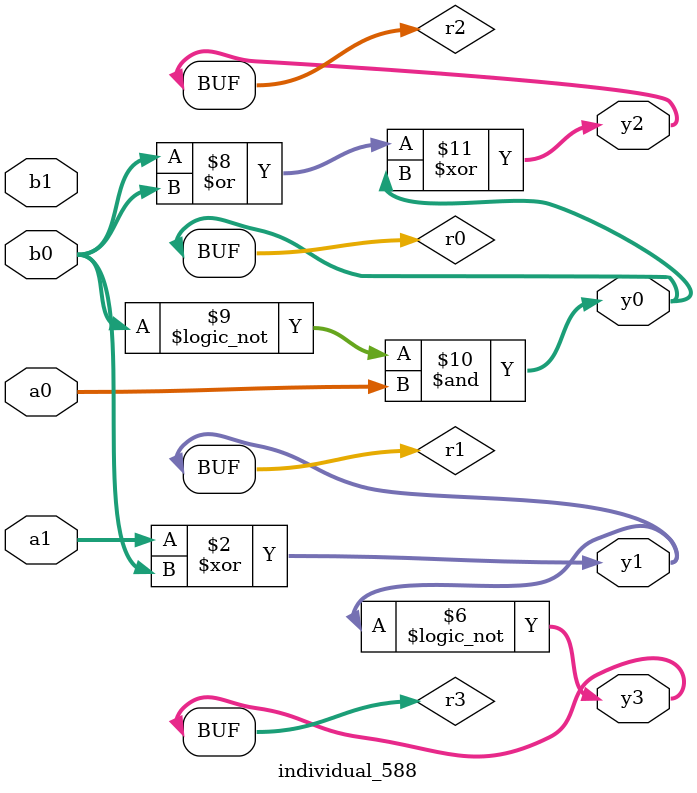
<source format=sv>
module individual_588(input logic [15:0] a1, input logic [15:0] a0, input logic [15:0] b1, input logic [15:0] b0, output logic [15:0] y3, output logic [15:0] y2, output logic [15:0] y1, output logic [15:0] y0);
logic [15:0] r0, r1, r2, r3; 
 always@(*) begin 
	 r0 = a0; r1 = a1; r2 = b0; r3 = b1; 
 	 r1  ^=  r2 ;
 	 r0  |=  r1 ;
 	 r3  &=  b0 ;
 	 r0 = ! r0 ;
 	 r3 = ! r1 ;
 	 r0 = ! a0 ;
 	 r2  |=  b0 ;
 	 r0 = ! b0 ;
 	 r0  &=  a0 ;
 	 r2  ^=  r0 ;
 	 y3 = r3; y2 = r2; y1 = r1; y0 = r0; 
end
endmodule
</source>
